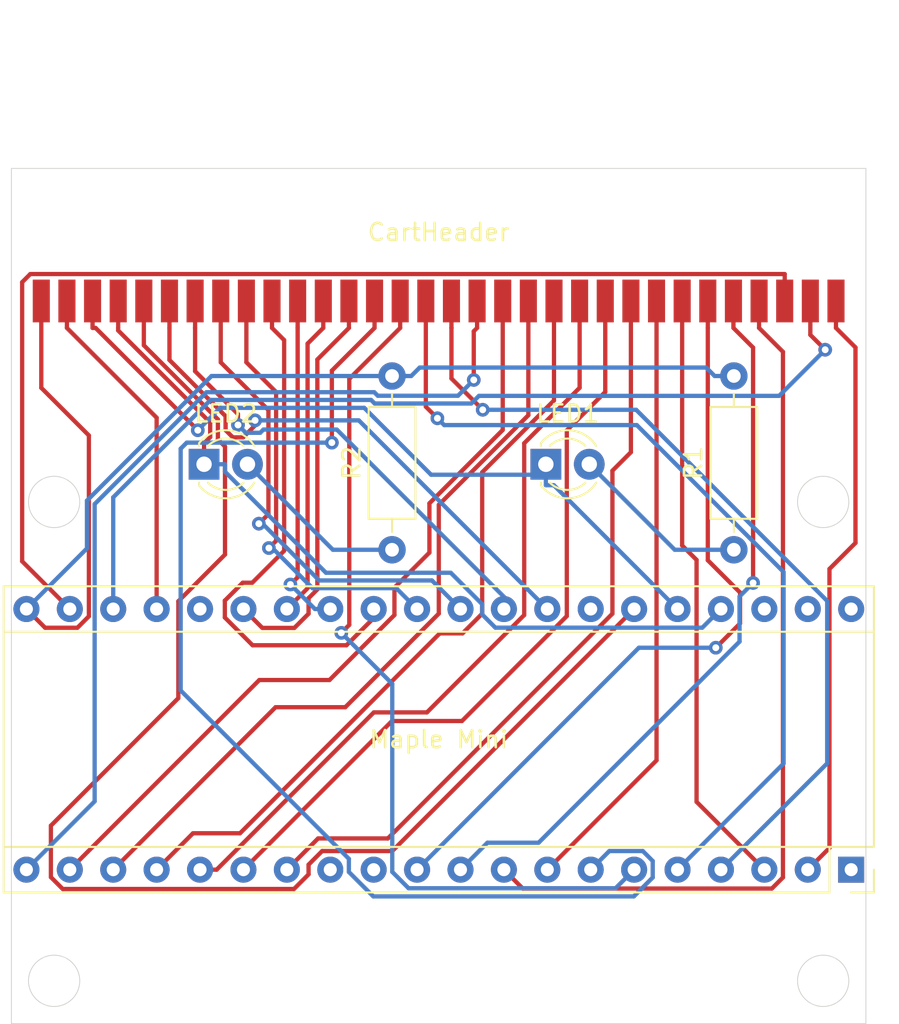
<source format=kicad_pcb>
(kicad_pcb (version 20171130) (host pcbnew "(5.1.2)-2")

  (general
    (thickness 1.6)
    (drawings 8)
    (tracks 280)
    (zones 0)
    (modules 6)
    (nets 43)
  )

  (page A4)
  (layers
    (0 F.Cu signal)
    (31 B.Cu signal)
    (32 B.Adhes user)
    (33 F.Adhes user)
    (34 B.Paste user)
    (35 F.Paste user)
    (36 B.SilkS user)
    (37 F.SilkS user)
    (38 B.Mask user)
    (39 F.Mask user)
    (40 Dwgs.User user)
    (41 Cmts.User user)
    (42 Eco1.User user)
    (43 Eco2.User user)
    (44 Edge.Cuts user)
    (45 Margin user)
    (46 B.CrtYd user)
    (47 F.CrtYd user)
    (48 B.Fab user)
    (49 F.Fab user)
  )

  (setup
    (last_trace_width 0.25)
    (trace_clearance 0.2)
    (zone_clearance 0.508)
    (zone_45_only no)
    (trace_min 0.2)
    (via_size 0.8)
    (via_drill 0.4)
    (via_min_size 0.4)
    (via_min_drill 0.3)
    (uvia_size 0.3)
    (uvia_drill 0.1)
    (uvias_allowed no)
    (uvia_min_size 0.2)
    (uvia_min_drill 0.1)
    (edge_width 0.05)
    (segment_width 0.2)
    (pcb_text_width 0.3)
    (pcb_text_size 1.5 1.5)
    (mod_edge_width 0.12)
    (mod_text_size 1 1)
    (mod_text_width 0.15)
    (pad_size 1.524 1.524)
    (pad_drill 0.762)
    (pad_to_mask_clearance 0.0508)
    (solder_mask_min_width 0.25)
    (aux_axis_origin 0 0)
    (visible_elements 7FFFEFFF)
    (pcbplotparams
      (layerselection 0x010fc_ffffffff)
      (usegerberextensions false)
      (usegerberattributes false)
      (usegerberadvancedattributes false)
      (creategerberjobfile false)
      (excludeedgelayer true)
      (linewidth 0.100000)
      (plotframeref false)
      (viasonmask false)
      (mode 1)
      (useauxorigin false)
      (hpglpennumber 1)
      (hpglpenspeed 20)
      (hpglpendiameter 15.000000)
      (psnegative false)
      (psa4output false)
      (plotreference true)
      (plotvalue true)
      (plotinvisibletext false)
      (padsonsilk false)
      (subtractmaskfromsilk false)
      (outputformat 1)
      (mirror false)
      (drillshape 0)
      (scaleselection 1)
      (outputdirectory "Ny mappe/"))
  )

  (net 0 "")
  (net 1 "Net-(A1-Pad1)")
  (net 2 GND)
  (net 3 D32-boot0)
  (net 4 M15)
  (net 5 M16)
  (net 6 M17)
  (net 7 M18)
  (net 8 M19)
  (net 9 M20)
  (net 10 M21)
  (net 11 M22)
  (net 12 "Net-(A1-Pad12)")
  (net 13 "Net-(A1-Pad13)")
  (net 14 M25)
  (net 15 M26)
  (net 16 M27)
  (net 17 M28)
  (net 18 M29)
  (net 19 M30)
  (net 20 M31)
  (net 21 VIN)
  (net 22 M0)
  (net 23 M1)
  (net 24 D2-boot1)
  (net 25 "Net-(A1-Pad25)")
  (net 26 M4)
  (net 27 M5)
  (net 28 M6)
  (net 29 M7)
  (net 30 M8)
  (net 31 M9)
  (net 32 M10)
  (net 33 M11)
  (net 34 "Net-(A1-Pad34)")
  (net 35 M12)
  (net 36 M13)
  (net 37 M14)
  (net 38 "Net-(A1-Pad38)")
  (net 39 "Net-(A1-Pad39)")
  (net 40 "Net-(A1-Pad40)")
  (net 41 "Net-(LED1-Pad2)")
  (net 42 "Net-(LED2-Pad2)")

  (net_class Default "This is the default net class."
    (clearance 0.2)
    (trace_width 0.25)
    (via_dia 0.8)
    (via_drill 0.4)
    (uvia_dia 0.3)
    (uvia_drill 0.1)
    (add_net D2-boot1)
    (add_net D32-boot0)
    (add_net GND)
    (add_net M0)
    (add_net M1)
    (add_net M10)
    (add_net M11)
    (add_net M12)
    (add_net M13)
    (add_net M14)
    (add_net M15)
    (add_net M16)
    (add_net M17)
    (add_net M18)
    (add_net M19)
    (add_net M20)
    (add_net M21)
    (add_net M22)
    (add_net M25)
    (add_net M26)
    (add_net M27)
    (add_net M28)
    (add_net M29)
    (add_net M30)
    (add_net M31)
    (add_net M4)
    (add_net M5)
    (add_net M6)
    (add_net M7)
    (add_net M8)
    (add_net M9)
    (add_net "Net-(A1-Pad1)")
    (add_net "Net-(A1-Pad12)")
    (add_net "Net-(A1-Pad13)")
    (add_net "Net-(A1-Pad25)")
    (add_net "Net-(A1-Pad34)")
    (add_net "Net-(A1-Pad38)")
    (add_net "Net-(A1-Pad39)")
    (add_net "Net-(A1-Pad40)")
    (add_net "Net-(LED1-Pad2)")
    (add_net "Net-(LED2-Pad2)")
    (add_net VIN)
  )

  (module Module:Maple_Mini (layer B.Cu) (tedit 5E2961EF) (tstamp 5E29C818)
    (at 190.017 106.888 90)
    (descr "Maple Mini, http://docs.leaflabs.com/static.leaflabs.com/pub/leaflabs/maple-docs/0.0.12/hardware/maple-mini.html")
    (tags "Maple Mini")
    (path /5E2FBB54)
    (fp_text reference "Maple Mini" (at 7.61798 -24.13) (layer F.SilkS)
      (effects (font (size 1 1) (thickness 0.15)))
    )
    (fp_text value Maple_Mini (at 7.62 -26.035 -90) (layer B.Fab)
      (effects (font (size 1 1) (thickness 0.15)) (justify mirror))
    )
    (fp_line (start 1.33 1.33) (end 16.57 1.33) (layer F.SilkS) (width 0.12))
    (fp_line (start 16.57 -49.59) (end -1.33 -49.59) (layer F.SilkS) (width 0.12))
    (fp_line (start 3.81 -6.604) (end 3.81 2.54) (layer B.Fab) (width 0.1))
    (fp_line (start 3.81 2.54) (end 11.43 2.54) (layer B.Fab) (width 0.1))
    (fp_line (start 11.43 2.54) (end 11.43 -6.604) (layer B.Fab) (width 0.1))
    (fp_line (start -0.635 1.27) (end 16.51 1.27) (layer B.Fab) (width 0.1))
    (fp_line (start 16.51 1.27) (end 16.51 -49.53) (layer B.Fab) (width 0.1))
    (fp_line (start 16.51 -49.53) (end -1.27 -49.53) (layer B.Fab) (width 0.1))
    (fp_line (start -1.27 -49.53) (end -1.27 0.635) (layer B.Fab) (width 0.1))
    (fp_line (start 16.57 1.33) (end 16.57 -49.59) (layer F.SilkS) (width 0.12))
    (fp_line (start -1.33 -49.59) (end -1.33 -1.27) (layer F.SilkS) (width 0.12))
    (fp_line (start 1.33 1.33) (end 1.33 -49.59) (layer F.SilkS) (width 0.12))
    (fp_line (start 13.91 -49.59) (end 13.91 1.33) (layer F.SilkS) (width 0.12))
    (fp_line (start -1.33 -1.27) (end 1.33 -1.27) (layer F.SilkS) (width 0.12))
    (fp_line (start -1.52 -49.78) (end -1.52 2.79) (layer B.CrtYd) (width 0.05))
    (fp_line (start -1.52 2.79) (end 16.76 2.79) (layer B.CrtYd) (width 0.05))
    (fp_line (start 16.76 2.79) (end 16.76 -49.78) (layer B.CrtYd) (width 0.05))
    (fp_line (start 16.76 -49.78) (end -1.52 -49.78) (layer B.CrtYd) (width 0.05))
    (fp_line (start 0 1.33) (end -1.33 1.33) (layer F.SilkS) (width 0.12))
    (fp_line (start -1.33 1.33) (end -1.33 0) (layer F.SilkS) (width 0.12))
    (fp_line (start 1.27 1.27) (end 1.27 -49.53) (layer B.Fab) (width 0.1))
    (fp_line (start -1.27 0.635) (end -0.635 1.27) (layer B.Fab) (width 0.1))
    (fp_line (start 13.97 1.27) (end 13.97 -49.53) (layer B.Fab) (width 0.1))
    (fp_text user %R (at 7.62 -24.13 -90) (layer B.Fab)
      (effects (font (size 1 1) (thickness 0.15)) (justify mirror))
    )
    (fp_line (start 3.81 -6.604) (end 11.43 -6.604) (layer B.Fab) (width 0.1))
    (pad 1 thru_hole rect (at 0 0 90) (size 1.524 1.524) (drill 0.762) (layers *.Cu *.Mask)
      (net 1 "Net-(A1-Pad1)"))
    (pad 2 thru_hole circle (at 0 -2.54 90) (size 1.524 1.524) (drill 0.762) (layers *.Cu *.Mask)
      (net 2 GND))
    (pad 3 thru_hole circle (at 0 -5.08 90) (size 1.524 1.524) (drill 0.762) (layers *.Cu *.Mask)
      (net 3 D32-boot0))
    (pad 4 thru_hole circle (at 0 -7.62 90) (size 1.524 1.524) (drill 0.762) (layers *.Cu *.Mask)
      (net 4 M15))
    (pad 5 thru_hole circle (at 0 -10.16 90) (size 1.524 1.524) (drill 0.762) (layers *.Cu *.Mask)
      (net 5 M16))
    (pad 6 thru_hole circle (at 0 -12.7 90) (size 1.524 1.524) (drill 0.762) (layers *.Cu *.Mask)
      (net 6 M17))
    (pad 7 thru_hole circle (at 0 -15.24 90) (size 1.524 1.524) (drill 0.762) (layers *.Cu *.Mask)
      (net 7 M18))
    (pad 8 thru_hole circle (at 0 -17.78 90) (size 1.524 1.524) (drill 0.762) (layers *.Cu *.Mask)
      (net 8 M19))
    (pad 9 thru_hole circle (at 0 -20.32 90) (size 1.524 1.524) (drill 0.762) (layers *.Cu *.Mask)
      (net 9 M20))
    (pad 10 thru_hole circle (at 0 -22.86 90) (size 1.524 1.524) (drill 0.762) (layers *.Cu *.Mask)
      (net 10 M21))
    (pad 11 thru_hole circle (at 0 -25.4 90) (size 1.524 1.524) (drill 0.762) (layers *.Cu *.Mask)
      (net 11 M22))
    (pad 12 thru_hole circle (at 0 -27.94 90) (size 1.524 1.524) (drill 0.762) (layers *.Cu *.Mask)
      (net 12 "Net-(A1-Pad12)"))
    (pad 13 thru_hole circle (at 0 -30.48 90) (size 1.524 1.524) (drill 0.762) (layers *.Cu *.Mask)
      (net 13 "Net-(A1-Pad13)"))
    (pad 14 thru_hole circle (at 0 -33.02 90) (size 1.524 1.524) (drill 0.762) (layers *.Cu *.Mask)
      (net 14 M25))
    (pad 15 thru_hole circle (at 0 -35.56 90) (size 1.524 1.524) (drill 0.762) (layers *.Cu *.Mask)
      (net 15 M26))
    (pad 16 thru_hole circle (at 0 -38.1 90) (size 1.524 1.524) (drill 0.762) (layers *.Cu *.Mask)
      (net 16 M27))
    (pad 17 thru_hole circle (at 0 -40.64 90) (size 1.524 1.524) (drill 0.762) (layers *.Cu *.Mask)
      (net 17 M28))
    (pad 18 thru_hole circle (at 0 -43.18 90) (size 1.524 1.524) (drill 0.762) (layers *.Cu *.Mask)
      (net 18 M29))
    (pad 19 thru_hole circle (at 0 -45.72 90) (size 1.524 1.524) (drill 0.762) (layers *.Cu *.Mask)
      (net 19 M30))
    (pad 20 thru_hole circle (at 0 -48.26 90) (size 1.524 1.524) (drill 0.762) (layers *.Cu *.Mask)
      (net 20 M31))
    (pad 21 thru_hole circle (at 15.24 -48.26 90) (size 1.524 1.524) (drill 0.762) (layers *.Cu *.Mask)
      (net 21 VIN))
    (pad 22 thru_hole circle (at 15.24 -45.72 90) (size 1.524 1.524) (drill 0.762) (layers *.Cu *.Mask)
      (net 22 M0))
    (pad 23 thru_hole circle (at 15.24 -43.18 90) (size 1.524 1.524) (drill 0.762) (layers *.Cu *.Mask)
      (net 23 M1))
    (pad 24 thru_hole circle (at 15.24 -40.64 90) (size 1.524 1.524) (drill 0.762) (layers *.Cu *.Mask)
      (net 24 D2-boot1))
    (pad 25 thru_hole circle (at 15.24 -38.1 90) (size 1.524 1.524) (drill 0.762) (layers *.Cu *.Mask)
      (net 25 "Net-(A1-Pad25)"))
    (pad 26 thru_hole circle (at 15.24 -35.56 90) (size 1.524 1.524) (drill 0.762) (layers *.Cu *.Mask)
      (net 26 M4))
    (pad 27 thru_hole circle (at 15.24 -33.02 90) (size 1.524 1.524) (drill 0.762) (layers *.Cu *.Mask)
      (net 27 M5))
    (pad 28 thru_hole circle (at 15.24 -30.48 90) (size 1.524 1.524) (drill 0.762) (layers *.Cu *.Mask)
      (net 28 M6))
    (pad 29 thru_hole circle (at 15.24 -27.94 90) (size 1.524 1.524) (drill 0.762) (layers *.Cu *.Mask)
      (net 29 M7))
    (pad 30 thru_hole circle (at 15.24 -25.4 90) (size 1.524 1.524) (drill 0.762) (layers *.Cu *.Mask)
      (net 30 M8))
    (pad 31 thru_hole circle (at 15.24 -22.86 90) (size 1.524 1.524) (drill 0.762) (layers *.Cu *.Mask)
      (net 31 M9))
    (pad 32 thru_hole circle (at 15.24 -20.32 90) (size 1.524 1.524) (drill 0.762) (layers *.Cu *.Mask)
      (net 32 M10))
    (pad 33 thru_hole circle (at 15.24 -17.78 90) (size 1.524 1.524) (drill 0.762) (layers *.Cu *.Mask)
      (net 33 M11))
    (pad 34 thru_hole circle (at 15.24 -15.24 90) (size 1.524 1.524) (drill 0.762) (layers *.Cu *.Mask)
      (net 34 "Net-(A1-Pad34)"))
    (pad 35 thru_hole circle (at 15.24 -12.7 90) (size 1.524 1.524) (drill 0.762) (layers *.Cu *.Mask)
      (net 35 M12))
    (pad 36 thru_hole circle (at 15.24 -10.16 90) (size 1.524 1.524) (drill 0.762) (layers *.Cu *.Mask)
      (net 36 M13))
    (pad 37 thru_hole circle (at 15.24 -7.62 90) (size 1.524 1.524) (drill 0.762) (layers *.Cu *.Mask)
      (net 37 M14))
    (pad 38 thru_hole circle (at 15.24 -5.08 90) (size 1.524 1.524) (drill 0.762) (layers *.Cu *.Mask)
      (net 38 "Net-(A1-Pad38)"))
    (pad 39 thru_hole circle (at 15.24 -2.54 90) (size 1.524 1.524) (drill 0.762) (layers *.Cu *.Mask)
      (net 39 "Net-(A1-Pad39)"))
    (pad 40 thru_hole circle (at 15.24 0 90) (size 1.524 1.524) (drill 0.762) (layers *.Cu *.Mask)
      (net 40 "Net-(A1-Pad40)"))
    (model ${KISYS3DMOD}/Module.3dshapes/Maple_Mini.wrl
      (at (xyz 0 0 0))
      (scale (xyz 1 1 1))
      (rotate (xyz 0 0 0))
    )
  )

  (module Custom:DSL_Cartridge_Reader_Micro (layer F.Cu) (tedit 5E29602C) (tstamp 5E29C895)
    (at 165.878 67.8876)
    (descr "GBA DS Lite slots commonly found on aliexpress")
    (tags "gameboy cartridge slot")
    (path /5E0FEE35)
    (attr smd)
    (fp_text reference CartHeader (at 0 1.7272 180) (layer F.SilkS)
      (effects (font (size 1 1) (thickness 0.15)))
    )
    (fp_text value CartBus (at 0 -11) (layer F.Fab)
      (effects (font (size 1 1) (thickness 0.15)))
    )
    (fp_text user %R (at 0 -1) (layer F.Fab)
      (effects (font (size 2 2) (thickness 0.2)))
    )
    (pad 32 smd rect (at 23.25 5.75) (size 1 2.5) (layers F.Cu F.Paste F.Mask)
      (net 2 GND))
    (pad 31 smd rect (at 21.75 5.75) (size 1 2.5) (layers F.Cu F.Paste F.Mask)
      (net 23 M1))
    (pad 30 smd rect (at 20.25 5.75) (size 1 2.5) (layers F.Cu F.Paste F.Mask)
      (net 22 M0))
    (pad 29 smd rect (at 18.75 5.75) (size 1 2.5) (layers F.Cu F.Paste F.Mask)
      (net 9 M20))
    (pad 28 smd rect (at 17.25 5.75) (size 1 2.5) (layers F.Cu F.Paste F.Mask)
      (net 10 M21))
    (pad 27 smd rect (at 15.75 5.75) (size 1 2.5) (layers F.Cu F.Paste F.Mask)
      (net 11 M22))
    (pad 26 smd rect (at 14.25 5.75) (size 1 2.5) (layers F.Cu F.Paste F.Mask)
      (net 3 D32-boot0))
    (pad 25 smd rect (at 12.75 5.75) (size 1 2.5) (layers F.Cu F.Paste F.Mask)
      (net 8 M19))
    (pad 24 smd rect (at 11.25 5.75) (size 1 2.5) (layers F.Cu F.Paste F.Mask)
      (net 14 M25))
    (pad 23 smd rect (at 9.75 5.75) (size 1 2.5) (layers F.Cu F.Paste F.Mask)
      (net 15 M26))
    (pad 22 smd rect (at 8.25 5.75) (size 1 2.5) (layers F.Cu F.Paste F.Mask)
      (net 16 M27))
    (pad 21 smd rect (at 6.75 5.75) (size 1 2.5) (layers F.Cu F.Paste F.Mask)
      (net 17 M28))
    (pad 20 smd rect (at 5.25 5.75) (size 1 2.5) (layers F.Cu F.Paste F.Mask)
      (net 18 M29))
    (pad 19 smd rect (at 3.75 5.75) (size 1 2.5) (layers F.Cu F.Paste F.Mask)
      (net 19 M30))
    (pad 18 smd rect (at 2.25 5.75) (size 1 2.5) (layers F.Cu F.Paste F.Mask)
      (net 20 M31))
    (pad 17 smd rect (at 0.75 5.75) (size 1 2.5) (layers F.Cu F.Paste F.Mask)
      (net 4 M15))
    (pad 16 smd rect (at -0.75 5.75) (size 1 2.5) (layers F.Cu F.Paste F.Mask)
      (net 5 M16))
    (pad 14 smd rect (at -3.75 5.75) (size 1 2.5) (layers F.Cu F.Paste F.Mask)
      (net 7 M18))
    (pad 13 smd rect (at -5.25 5.75) (size 1 2.5) (layers F.Cu F.Paste F.Mask)
      (net 26 M4))
    (pad 12 smd rect (at -6.75 5.75) (size 1 2.5) (layers F.Cu F.Paste F.Mask)
      (net 27 M5))
    (pad 11 smd rect (at -8.25 5.75) (size 1 2.5) (layers F.Cu F.Paste F.Mask)
      (net 28 M6))
    (pad 10 smd rect (at -9.75 5.75) (size 1 2.5) (layers F.Cu F.Paste F.Mask)
      (net 29 M7))
    (pad 9 smd rect (at -11.25 5.75) (size 1 2.5) (layers F.Cu F.Paste F.Mask)
      (net 30 M8))
    (pad 8 smd rect (at -12.75 5.75) (size 1 2.5) (layers F.Cu F.Paste F.Mask)
      (net 31 M9))
    (pad 7 smd rect (at -14.25 5.75) (size 1 2.5) (layers F.Cu F.Paste F.Mask)
      (net 32 M10))
    (pad 6 smd rect (at -15.75 5.75) (size 1 2.5) (layers F.Cu F.Paste F.Mask)
      (net 33 M11))
    (pad 5 smd rect (at -17.25 5.75) (size 1 2.5) (layers F.Cu F.Paste F.Mask)
      (net 35 M12))
    (pad 4 smd rect (at -18.75 5.75) (size 1 2.5) (layers F.Cu F.Paste F.Mask)
      (net 37 M14))
    (pad 3 smd rect (at -20.25 5.75) (size 1 2.5) (layers F.Cu F.Paste F.Mask)
      (net 36 M13))
    (pad 2 smd rect (at -21.75 5.75) (size 1 2.5) (layers F.Cu F.Paste F.Mask)
      (net 24 D2-boot1))
    (pad 15 smd rect (at -2.25 5.75) (size 1 2.5) (layers F.Cu F.Paste F.Mask)
      (net 6 M17))
    (pad 1 smd rect (at -23.25 5.75) (size 1 2.5) (layers F.Cu F.Paste F.Mask)
      (net 21 VIN))
  )

  (module LED_THT:LED_D3.0mm (layer F.Cu) (tedit 587A3A7B) (tstamp 5E29C82B)
    (at 172.152 83.1837)
    (descr "LED, diameter 3.0mm, 2 pins")
    (tags "LED diameter 3.0mm 2 pins")
    (path /5E33F111)
    (fp_text reference LED1 (at 1.27 -2.96) (layer F.SilkS)
      (effects (font (size 1 1) (thickness 0.15)))
    )
    (fp_text value LED (at 1.27 2.96) (layer F.Fab)
      (effects (font (size 1 1) (thickness 0.15)))
    )
    (fp_arc (start 1.27 0) (end -0.23 -1.16619) (angle 284.3) (layer F.Fab) (width 0.1))
    (fp_arc (start 1.27 0) (end -0.29 -1.235516) (angle 108.8) (layer F.SilkS) (width 0.12))
    (fp_arc (start 1.27 0) (end -0.29 1.235516) (angle -108.8) (layer F.SilkS) (width 0.12))
    (fp_arc (start 1.27 0) (end 0.229039 -1.08) (angle 87.9) (layer F.SilkS) (width 0.12))
    (fp_arc (start 1.27 0) (end 0.229039 1.08) (angle -87.9) (layer F.SilkS) (width 0.12))
    (fp_circle (center 1.27 0) (end 2.77 0) (layer F.Fab) (width 0.1))
    (fp_line (start -0.23 -1.16619) (end -0.23 1.16619) (layer F.Fab) (width 0.1))
    (fp_line (start -0.29 -1.236) (end -0.29 -1.08) (layer F.SilkS) (width 0.12))
    (fp_line (start -0.29 1.08) (end -0.29 1.236) (layer F.SilkS) (width 0.12))
    (fp_line (start -1.15 -2.25) (end -1.15 2.25) (layer F.CrtYd) (width 0.05))
    (fp_line (start -1.15 2.25) (end 3.7 2.25) (layer F.CrtYd) (width 0.05))
    (fp_line (start 3.7 2.25) (end 3.7 -2.25) (layer F.CrtYd) (width 0.05))
    (fp_line (start 3.7 -2.25) (end -1.15 -2.25) (layer F.CrtYd) (width 0.05))
    (pad 1 thru_hole rect (at 0 0) (size 1.8 1.8) (drill 0.9) (layers *.Cu *.Mask)
      (net 36 M13))
    (pad 2 thru_hole circle (at 2.54 0) (size 1.8 1.8) (drill 0.9) (layers *.Cu *.Mask)
      (net 41 "Net-(LED1-Pad2)"))
    (model ${KISYS3DMOD}/LED_THT.3dshapes/LED_D3.0mm.wrl
      (at (xyz 0 0 0))
      (scale (xyz 1 1 1))
      (rotate (xyz 0 0 0))
    )
  )

  (module LED_THT:LED_D3.0mm (layer F.Cu) (tedit 587A3A7B) (tstamp 5E29C83E)
    (at 152.152 83.1837)
    (descr "LED, diameter 3.0mm, 2 pins")
    (tags "LED diameter 3.0mm 2 pins")
    (path /5E347640)
    (fp_text reference LED2 (at 1.27 -2.96) (layer F.SilkS)
      (effects (font (size 1 1) (thickness 0.15)))
    )
    (fp_text value LED (at 1.27 2.96) (layer F.Fab)
      (effects (font (size 1 1) (thickness 0.15)))
    )
    (fp_line (start 3.7 -2.25) (end -1.15 -2.25) (layer F.CrtYd) (width 0.05))
    (fp_line (start 3.7 2.25) (end 3.7 -2.25) (layer F.CrtYd) (width 0.05))
    (fp_line (start -1.15 2.25) (end 3.7 2.25) (layer F.CrtYd) (width 0.05))
    (fp_line (start -1.15 -2.25) (end -1.15 2.25) (layer F.CrtYd) (width 0.05))
    (fp_line (start -0.29 1.08) (end -0.29 1.236) (layer F.SilkS) (width 0.12))
    (fp_line (start -0.29 -1.236) (end -0.29 -1.08) (layer F.SilkS) (width 0.12))
    (fp_line (start -0.23 -1.16619) (end -0.23 1.16619) (layer F.Fab) (width 0.1))
    (fp_circle (center 1.27 0) (end 2.77 0) (layer F.Fab) (width 0.1))
    (fp_arc (start 1.27 0) (end 0.229039 1.08) (angle -87.9) (layer F.SilkS) (width 0.12))
    (fp_arc (start 1.27 0) (end 0.229039 -1.08) (angle 87.9) (layer F.SilkS) (width 0.12))
    (fp_arc (start 1.27 0) (end -0.29 1.235516) (angle -108.8) (layer F.SilkS) (width 0.12))
    (fp_arc (start 1.27 0) (end -0.29 -1.235516) (angle 108.8) (layer F.SilkS) (width 0.12))
    (fp_arc (start 1.27 0) (end -0.23 -1.16619) (angle 284.3) (layer F.Fab) (width 0.1))
    (pad 2 thru_hole circle (at 2.54 0) (size 1.8 1.8) (drill 0.9) (layers *.Cu *.Mask)
      (net 42 "Net-(LED2-Pad2)"))
    (pad 1 thru_hole rect (at 0 0) (size 1.8 1.8) (drill 0.9) (layers *.Cu *.Mask)
      (net 37 M14))
    (model ${KISYS3DMOD}/LED_THT.3dshapes/LED_D3.0mm.wrl
      (at (xyz 0 0 0))
      (scale (xyz 1 1 1))
      (rotate (xyz 0 0 0))
    )
  )

  (module Resistor_THT:R_Axial_DIN0207_L6.3mm_D2.5mm_P10.16mm_Horizontal (layer F.Cu) (tedit 5AE5139B) (tstamp 5E29C855)
    (at 183.152 88.1837 90)
    (descr "Resistor, Axial_DIN0207 series, Axial, Horizontal, pin pitch=10.16mm, 0.25W = 1/4W, length*diameter=6.3*2.5mm^2, http://cdn-reichelt.de/documents/datenblatt/B400/1_4W%23YAG.pdf")
    (tags "Resistor Axial_DIN0207 series Axial Horizontal pin pitch 10.16mm 0.25W = 1/4W length 6.3mm diameter 2.5mm")
    (path /5E33BAAF)
    (fp_text reference R1 (at 5.08 -2.37 90) (layer F.SilkS)
      (effects (font (size 1 1) (thickness 0.15)))
    )
    (fp_text value R (at 5.08 2.37 90) (layer F.Fab)
      (effects (font (size 1 1) (thickness 0.15)))
    )
    (fp_text user %R (at 5.08 0 90) (layer F.Fab)
      (effects (font (size 1 1) (thickness 0.15)))
    )
    (fp_line (start 11.21 -1.5) (end -1.05 -1.5) (layer F.CrtYd) (width 0.05))
    (fp_line (start 11.21 1.5) (end 11.21 -1.5) (layer F.CrtYd) (width 0.05))
    (fp_line (start -1.05 1.5) (end 11.21 1.5) (layer F.CrtYd) (width 0.05))
    (fp_line (start -1.05 -1.5) (end -1.05 1.5) (layer F.CrtYd) (width 0.05))
    (fp_line (start 9.12 0) (end 8.35 0) (layer F.SilkS) (width 0.12))
    (fp_line (start 1.04 0) (end 1.81 0) (layer F.SilkS) (width 0.12))
    (fp_line (start 8.35 -1.37) (end 1.81 -1.37) (layer F.SilkS) (width 0.12))
    (fp_line (start 8.35 1.37) (end 8.35 -1.37) (layer F.SilkS) (width 0.12))
    (fp_line (start 1.81 1.37) (end 8.35 1.37) (layer F.SilkS) (width 0.12))
    (fp_line (start 1.81 -1.37) (end 1.81 1.37) (layer F.SilkS) (width 0.12))
    (fp_line (start 10.16 0) (end 8.23 0) (layer F.Fab) (width 0.1))
    (fp_line (start 0 0) (end 1.93 0) (layer F.Fab) (width 0.1))
    (fp_line (start 8.23 -1.25) (end 1.93 -1.25) (layer F.Fab) (width 0.1))
    (fp_line (start 8.23 1.25) (end 8.23 -1.25) (layer F.Fab) (width 0.1))
    (fp_line (start 1.93 1.25) (end 8.23 1.25) (layer F.Fab) (width 0.1))
    (fp_line (start 1.93 -1.25) (end 1.93 1.25) (layer F.Fab) (width 0.1))
    (pad 2 thru_hole oval (at 10.16 0 90) (size 1.6 1.6) (drill 0.8) (layers *.Cu *.Mask)
      (net 21 VIN))
    (pad 1 thru_hole circle (at 0 0 90) (size 1.6 1.6) (drill 0.8) (layers *.Cu *.Mask)
      (net 41 "Net-(LED1-Pad2)"))
    (model ${KISYS3DMOD}/Resistor_THT.3dshapes/R_Axial_DIN0207_L6.3mm_D2.5mm_P10.16mm_Horizontal.wrl
      (at (xyz 0 0 0))
      (scale (xyz 1 1 1))
      (rotate (xyz 0 0 0))
    )
  )

  (module Resistor_THT:R_Axial_DIN0207_L6.3mm_D2.5mm_P10.16mm_Horizontal (layer F.Cu) (tedit 5AE5139B) (tstamp 5E29C86C)
    (at 163.152 88.1837 90)
    (descr "Resistor, Axial_DIN0207 series, Axial, Horizontal, pin pitch=10.16mm, 0.25W = 1/4W, length*diameter=6.3*2.5mm^2, http://cdn-reichelt.de/documents/datenblatt/B400/1_4W%23YAG.pdf")
    (tags "Resistor Axial_DIN0207 series Axial Horizontal pin pitch 10.16mm 0.25W = 1/4W length 6.3mm diameter 2.5mm")
    (path /5E33B8C6)
    (fp_text reference R2 (at 5.08 -2.37 90) (layer F.SilkS)
      (effects (font (size 1 1) (thickness 0.15)))
    )
    (fp_text value R (at 5.08 2.37 90) (layer F.Fab)
      (effects (font (size 1 1) (thickness 0.15)))
    )
    (fp_line (start 1.93 -1.25) (end 1.93 1.25) (layer F.Fab) (width 0.1))
    (fp_line (start 1.93 1.25) (end 8.23 1.25) (layer F.Fab) (width 0.1))
    (fp_line (start 8.23 1.25) (end 8.23 -1.25) (layer F.Fab) (width 0.1))
    (fp_line (start 8.23 -1.25) (end 1.93 -1.25) (layer F.Fab) (width 0.1))
    (fp_line (start 0 0) (end 1.93 0) (layer F.Fab) (width 0.1))
    (fp_line (start 10.16 0) (end 8.23 0) (layer F.Fab) (width 0.1))
    (fp_line (start 1.81 -1.37) (end 1.81 1.37) (layer F.SilkS) (width 0.12))
    (fp_line (start 1.81 1.37) (end 8.35 1.37) (layer F.SilkS) (width 0.12))
    (fp_line (start 8.35 1.37) (end 8.35 -1.37) (layer F.SilkS) (width 0.12))
    (fp_line (start 8.35 -1.37) (end 1.81 -1.37) (layer F.SilkS) (width 0.12))
    (fp_line (start 1.04 0) (end 1.81 0) (layer F.SilkS) (width 0.12))
    (fp_line (start 9.12 0) (end 8.35 0) (layer F.SilkS) (width 0.12))
    (fp_line (start -1.05 -1.5) (end -1.05 1.5) (layer F.CrtYd) (width 0.05))
    (fp_line (start -1.05 1.5) (end 11.21 1.5) (layer F.CrtYd) (width 0.05))
    (fp_line (start 11.21 1.5) (end 11.21 -1.5) (layer F.CrtYd) (width 0.05))
    (fp_line (start 11.21 -1.5) (end -1.05 -1.5) (layer F.CrtYd) (width 0.05))
    (fp_text user %R (at 5.08 0 90) (layer F.Fab)
      (effects (font (size 1 1) (thickness 0.15)))
    )
    (pad 1 thru_hole circle (at 0 0 90) (size 1.6 1.6) (drill 0.8) (layers *.Cu *.Mask)
      (net 42 "Net-(LED2-Pad2)"))
    (pad 2 thru_hole oval (at 10.16 0 90) (size 1.6 1.6) (drill 0.8) (layers *.Cu *.Mask)
      (net 21 VIN))
    (model ${KISYS3DMOD}/Resistor_THT.3dshapes/R_Axial_DIN0207_L6.3mm_D2.5mm_P10.16mm_Horizontal.wrl
      (at (xyz 0 0 0))
      (scale (xyz 1 1 1))
      (rotate (xyz 0 0 0))
    )
  )

  (gr_circle (center 188.37846 85.3876) (end 188.37846 86.8876) (layer Edge.Cuts) (width 0.05) (tstamp 5E29E54D))
  (gr_circle (center 143.37846 85.3876) (end 141.87846 85.3876) (layer Edge.Cuts) (width 0.05) (tstamp 5E29E53A))
  (gr_circle (center 143.37846 113.3876) (end 141.87846 113.3876) (layer Edge.Cuts) (width 0.05) (tstamp 5E29E50C))
  (gr_circle (center 188.37846 113.3876) (end 188.37846 114.8876) (layer Edge.Cuts) (width 0.05) (tstamp 5E29E4B4))
  (gr_line (start 140.87846 65.8876) (end 190.87846 65.8876) (layer Edge.Cuts) (width 0.05) (tstamp 5E29CAD6))
  (gr_line (start 140.87846 65.8876) (end 140.87846 115.8876) (layer Edge.Cuts) (width 0.05) (tstamp 5E29CAD1))
  (gr_line (start 140.87846 115.8876) (end 190.87846 115.8876) (layer Edge.Cuts) (width 0.05) (tstamp 5E29CACE))
  (gr_line (start 190.87846 65.8876) (end 190.87846 115.8876) (layer Edge.Cuts) (width 0.05))

  (segment (start 189.128 73.6376) (end 189.128 75.2129) (width 0.25) (layer F.Cu) (net 2))
  (segment (start 189.128 75.2129) (end 190.269 76.3539) (width 0.25) (layer F.Cu) (net 2))
  (segment (start 190.269 76.3539) (end 190.269 87.7835) (width 0.25) (layer F.Cu) (net 2))
  (segment (start 190.269 87.7835) (end 188.747 89.3055) (width 0.25) (layer F.Cu) (net 2))
  (segment (start 188.747 89.3055) (end 188.747 105.618) (width 0.25) (layer F.Cu) (net 2))
  (segment (start 188.747 105.618) (end 187.477 106.888) (width 0.25) (layer F.Cu) (net 2))
  (segment (start 180.128 73.6376) (end 180.128 87.9344) (width 0.25) (layer F.Cu) (net 3))
  (segment (start 180.128 87.9344) (end 180.9703 88.7767) (width 0.25) (layer F.Cu) (net 3))
  (segment (start 180.9703 88.7767) (end 180.9703 102.9213) (width 0.25) (layer F.Cu) (net 3))
  (segment (start 180.9703 102.9213) (end 184.937 106.888) (width 0.25) (layer F.Cu) (net 3))
  (segment (start 166.628 73.6376) (end 166.628 75.2129) (width 0.25) (layer F.Cu) (net 4))
  (segment (start 182.397 106.888) (end 188.6137 100.6713) (width 0.25) (layer B.Cu) (net 4))
  (segment (start 188.6137 100.6713) (end 188.6137 91.1769) (width 0.25) (layer B.Cu) (net 4))
  (segment (start 188.6137 91.1769) (end 177.4359 79.9991) (width 0.25) (layer B.Cu) (net 4))
  (segment (start 177.4359 79.9991) (end 168.4572 79.9991) (width 0.25) (layer B.Cu) (net 4))
  (segment (start 168.4572 79.9991) (end 166.6281 78.17) (width 0.25) (layer F.Cu) (net 4))
  (segment (start 166.6281 78.17) (end 166.6281 75.2129) (width 0.25) (layer F.Cu) (net 4))
  (segment (start 166.6281 75.2129) (end 166.628 75.2129) (width 0.25) (layer F.Cu) (net 4))
  (via (at 168.4572 79.9991) (size 0.8) (layers F.Cu B.Cu) (net 4))
  (segment (start 165.8058 80.4952) (end 166.2045 80.8939) (width 0.25) (layer B.Cu) (net 5))
  (segment (start 166.2045 80.8939) (end 177.4725 80.8939) (width 0.25) (layer B.Cu) (net 5))
  (segment (start 177.4725 80.8939) (end 186.061 89.4824) (width 0.25) (layer B.Cu) (net 5))
  (segment (start 186.061 89.4824) (end 186.061 100.684) (width 0.25) (layer B.Cu) (net 5))
  (segment (start 186.061 100.684) (end 179.857 106.888) (width 0.25) (layer B.Cu) (net 5))
  (segment (start 165.128 73.6376) (end 165.128 79.8174) (width 0.25) (layer F.Cu) (net 5))
  (segment (start 165.128 79.8174) (end 165.8058 80.4952) (width 0.25) (layer F.Cu) (net 5))
  (via (at 165.8058 80.4952) (size 0.8) (layers F.Cu B.Cu) (net 5))
  (segment (start 163.628 75.2129) (end 160.6494 78.1915) (width 0.25) (layer F.Cu) (net 6))
  (segment (start 160.6494 78.1915) (end 160.6494 92.5753) (width 0.25) (layer F.Cu) (net 6))
  (segment (start 160.6494 92.5753) (end 160.1832 93.0415) (width 0.25) (layer F.Cu) (net 6))
  (segment (start 177.317 106.888) (end 176.2296 107.9754) (width 0.25) (layer B.Cu) (net 6))
  (segment (start 176.2296 107.9754) (end 164.1222 107.9754) (width 0.25) (layer B.Cu) (net 6))
  (segment (start 164.1222 107.9754) (end 163.1644 107.0176) (width 0.25) (layer B.Cu) (net 6))
  (segment (start 163.1644 107.0176) (end 163.1644 96.0227) (width 0.25) (layer B.Cu) (net 6))
  (segment (start 163.1644 96.0227) (end 160.1832 93.0415) (width 0.25) (layer B.Cu) (net 6))
  (segment (start 163.628 73.6376) (end 163.628 75.2129) (width 0.25) (layer F.Cu) (net 6))
  (via (at 160.1832 93.0415) (size 0.8) (layers F.Cu B.Cu) (net 6))
  (segment (start 159.6294 81.9198) (end 159.6294 77.7115) (width 0.25) (layer F.Cu) (net 7))
  (segment (start 159.6294 77.7115) (end 162.128 75.2129) (width 0.25) (layer F.Cu) (net 7))
  (segment (start 174.777 106.888) (end 175.8644 105.8006) (width 0.25) (layer B.Cu) (net 7))
  (segment (start 175.8644 105.8006) (end 177.8244 105.8006) (width 0.25) (layer B.Cu) (net 7))
  (segment (start 177.8244 105.8006) (end 178.4044 106.3806) (width 0.25) (layer B.Cu) (net 7))
  (segment (start 178.4044 106.3806) (end 178.4044 107.3473) (width 0.25) (layer B.Cu) (net 7))
  (segment (start 178.4044 107.3473) (end 177.3009 108.4508) (width 0.25) (layer B.Cu) (net 7))
  (segment (start 177.3009 108.4508) (end 162.0538 108.4508) (width 0.25) (layer B.Cu) (net 7))
  (segment (start 162.0538 108.4508) (end 160.6244 107.0214) (width 0.25) (layer B.Cu) (net 7))
  (segment (start 160.6244 107.0214) (end 160.6244 106.2512) (width 0.25) (layer B.Cu) (net 7))
  (segment (start 160.6244 106.2512) (end 150.7829 96.4097) (width 0.25) (layer B.Cu) (net 7))
  (segment (start 150.7829 96.4097) (end 150.7829 82.2769) (width 0.25) (layer B.Cu) (net 7))
  (segment (start 150.7829 82.2769) (end 151.14 81.9198) (width 0.25) (layer B.Cu) (net 7))
  (segment (start 151.14 81.9198) (end 159.6294 81.9198) (width 0.25) (layer B.Cu) (net 7))
  (segment (start 162.128 73.6376) (end 162.128 75.2129) (width 0.25) (layer F.Cu) (net 7))
  (via (at 159.6294 81.9198) (size 0.8) (layers F.Cu B.Cu) (net 7))
  (segment (start 178.628 73.6376) (end 178.628 100.497) (width 0.25) (layer F.Cu) (net 8))
  (segment (start 178.628 100.497) (end 172.237 106.888) (width 0.25) (layer F.Cu) (net 8))
  (segment (start 184.628 73.6376) (end 184.628 75.2129) (width 0.25) (layer F.Cu) (net 9))
  (segment (start 184.628 75.2129) (end 186.0247 76.6096) (width 0.25) (layer F.Cu) (net 9))
  (segment (start 186.0247 76.6096) (end 186.0247 107.3433) (width 0.25) (layer F.Cu) (net 9))
  (segment (start 186.0247 107.3433) (end 185.3762 107.9918) (width 0.25) (layer F.Cu) (net 9))
  (segment (start 185.3762 107.9918) (end 170.8008 107.9918) (width 0.25) (layer F.Cu) (net 9))
  (segment (start 170.8008 107.9918) (end 169.697 106.888) (width 0.25) (layer F.Cu) (net 9))
  (segment (start 183.128 75.2129) (end 184.2773 76.3622) (width 0.25) (layer F.Cu) (net 10))
  (segment (start 184.2773 76.3622) (end 184.2773 90.1231) (width 0.25) (layer F.Cu) (net 10))
  (segment (start 167.157 106.888) (end 168.732 105.313) (width 0.25) (layer B.Cu) (net 10))
  (segment (start 168.732 105.313) (end 171.727 105.313) (width 0.25) (layer B.Cu) (net 10))
  (segment (start 171.727 105.313) (end 183.4846 93.5554) (width 0.25) (layer B.Cu) (net 10))
  (segment (start 183.4846 93.5554) (end 183.4846 90.9158) (width 0.25) (layer B.Cu) (net 10))
  (segment (start 183.4846 90.9158) (end 184.2773 90.1231) (width 0.25) (layer B.Cu) (net 10))
  (segment (start 183.128 73.6376) (end 183.128 75.2129) (width 0.25) (layer F.Cu) (net 10))
  (via (at 184.2773 90.1231) (size 0.8) (layers F.Cu B.Cu) (net 10))
  (segment (start 181.628 73.6376) (end 181.628 75.2129) (width 0.25) (layer F.Cu) (net 11))
  (segment (start 182.0956 93.9109) (end 177.5941 93.9109) (width 0.25) (layer B.Cu) (net 11))
  (segment (start 177.5941 93.9109) (end 164.617 106.888) (width 0.25) (layer B.Cu) (net 11))
  (segment (start 181.628 75.2129) (end 181.628 88.7975) (width 0.25) (layer F.Cu) (net 11))
  (segment (start 181.628 88.7975) (end 183.5143 90.6838) (width 0.25) (layer F.Cu) (net 11))
  (segment (start 183.5143 90.6838) (end 183.5143 92.4922) (width 0.25) (layer F.Cu) (net 11))
  (segment (start 183.5143 92.4922) (end 182.0956 93.9109) (width 0.25) (layer F.Cu) (net 11))
  (via (at 182.0956 93.9109) (size 0.8) (layers F.Cu B.Cu) (net 11))
  (segment (start 177.128 73.6376) (end 177.128 82.4807) (width 0.25) (layer F.Cu) (net 14))
  (segment (start 177.128 82.4807) (end 176.047 83.5617) (width 0.25) (layer F.Cu) (net 14))
  (segment (start 176.047 83.5617) (end 176.047 91.9219) (width 0.25) (layer F.Cu) (net 14))
  (segment (start 176.047 91.9219) (end 162.9069 105.062) (width 0.25) (layer F.Cu) (net 14))
  (segment (start 162.9069 105.062) (end 158.823 105.062) (width 0.25) (layer F.Cu) (net 14))
  (segment (start 158.823 105.062) (end 156.997 106.888) (width 0.25) (layer F.Cu) (net 14))
  (segment (start 175.628 73.6376) (end 175.628 78.9567) (width 0.25) (layer F.Cu) (net 15))
  (segment (start 175.628 78.9567) (end 173.3777 81.207) (width 0.25) (layer F.Cu) (net 15))
  (segment (start 173.3777 81.207) (end 173.3777 92.0621) (width 0.25) (layer F.Cu) (net 15))
  (segment (start 173.3777 92.0621) (end 167.2425 98.1973) (width 0.25) (layer F.Cu) (net 15))
  (segment (start 167.2425 98.1973) (end 163.1477 98.1973) (width 0.25) (layer F.Cu) (net 15))
  (segment (start 163.1477 98.1973) (end 154.457 106.888) (width 0.25) (layer F.Cu) (net 15))
  (segment (start 174.128 73.6376) (end 174.128 78.7123) (width 0.25) (layer F.Cu) (net 16))
  (segment (start 174.128 78.7123) (end 170.8865 81.9538) (width 0.25) (layer F.Cu) (net 16))
  (segment (start 170.8865 81.9538) (end 170.8865 91.9988) (width 0.25) (layer F.Cu) (net 16))
  (segment (start 170.8865 91.9988) (end 165.1929 97.6924) (width 0.25) (layer F.Cu) (net 16))
  (segment (start 165.1929 97.6924) (end 162.0855 97.6924) (width 0.25) (layer F.Cu) (net 16))
  (segment (start 162.0855 97.6924) (end 152.8899 106.888) (width 0.25) (layer F.Cu) (net 16))
  (segment (start 152.8899 106.888) (end 151.917 106.888) (width 0.25) (layer F.Cu) (net 16))
  (segment (start 149.377 106.888) (end 151.5054 104.7596) (width 0.25) (layer F.Cu) (net 17))
  (segment (start 151.5054 104.7596) (end 154.2568 104.7596) (width 0.25) (layer F.Cu) (net 17))
  (segment (start 154.2568 104.7596) (end 165.9449 93.0715) (width 0.25) (layer F.Cu) (net 17))
  (segment (start 165.9449 93.0715) (end 167.2748 93.0715) (width 0.25) (layer F.Cu) (net 17))
  (segment (start 167.2748 93.0715) (end 168.427 91.9193) (width 0.25) (layer F.Cu) (net 17))
  (segment (start 168.427 91.9193) (end 168.427 83.6533) (width 0.25) (layer F.Cu) (net 17))
  (segment (start 168.427 83.6533) (end 172.628 79.4523) (width 0.25) (layer F.Cu) (net 17))
  (segment (start 172.628 79.4523) (end 172.628 73.6376) (width 0.25) (layer F.Cu) (net 17))
  (segment (start 146.837 106.888) (end 156.3358 97.3892) (width 0.25) (layer F.Cu) (net 18))
  (segment (start 156.3358 97.3892) (end 160.415 97.3892) (width 0.25) (layer F.Cu) (net 18))
  (segment (start 160.415 97.3892) (end 165.887 91.9172) (width 0.25) (layer F.Cu) (net 18))
  (segment (start 165.887 91.9172) (end 165.887 85.5564) (width 0.25) (layer F.Cu) (net 18))
  (segment (start 165.887 85.5564) (end 171.128 80.3154) (width 0.25) (layer F.Cu) (net 18))
  (segment (start 171.128 80.3154) (end 171.128 73.6376) (width 0.25) (layer F.Cu) (net 18))
  (segment (start 169.628 73.6376) (end 169.628 81.1785) (width 0.25) (layer F.Cu) (net 19))
  (segment (start 169.628 81.1785) (end 165.3391 85.4674) (width 0.25) (layer F.Cu) (net 19))
  (segment (start 165.3391 85.4674) (end 165.3391 88.3491) (width 0.25) (layer F.Cu) (net 19))
  (segment (start 165.3391 88.3491) (end 163.2921 90.3961) (width 0.25) (layer F.Cu) (net 19))
  (segment (start 163.2921 90.3961) (end 163.2921 91.999) (width 0.25) (layer F.Cu) (net 19))
  (segment (start 163.2921 91.999) (end 159.4913 95.7998) (width 0.25) (layer F.Cu) (net 19))
  (segment (start 159.4913 95.7998) (end 155.3852 95.7998) (width 0.25) (layer F.Cu) (net 19))
  (segment (start 155.3852 95.7998) (end 144.297 106.888) (width 0.25) (layer F.Cu) (net 19))
  (segment (start 167.9334 78.2539) (end 167.9334 75.4075) (width 0.25) (layer F.Cu) (net 20))
  (segment (start 167.9334 75.4075) (end 168.128 75.2129) (width 0.25) (layer F.Cu) (net 20))
  (segment (start 141.757 106.888) (end 145.7496 102.8954) (width 0.25) (layer B.Cu) (net 20))
  (segment (start 145.7496 102.8954) (end 145.7496 85.5135) (width 0.25) (layer B.Cu) (net 20))
  (segment (start 145.7496 85.5135) (end 152.2919 78.9712) (width 0.25) (layer B.Cu) (net 20))
  (segment (start 152.2919 78.9712) (end 162.1105 78.9712) (width 0.25) (layer B.Cu) (net 20))
  (segment (start 162.1105 78.9712) (end 162.3175 79.1782) (width 0.25) (layer B.Cu) (net 20))
  (segment (start 162.3175 79.1782) (end 167.0091 79.1782) (width 0.25) (layer B.Cu) (net 20))
  (segment (start 167.0091 79.1782) (end 167.9334 78.2539) (width 0.25) (layer B.Cu) (net 20))
  (segment (start 168.128 73.6376) (end 168.128 75.2129) (width 0.25) (layer F.Cu) (net 20))
  (via (at 167.9334 78.2539) (size 0.8) (layers F.Cu B.Cu) (net 20))
  (segment (start 182.0267 78.0237) (end 181.5316 77.5286) (width 0.25) (layer B.Cu) (net 21))
  (segment (start 181.5316 77.5286) (end 164.7724 77.5286) (width 0.25) (layer B.Cu) (net 21))
  (segment (start 164.7724 77.5286) (end 164.2773 78.0237) (width 0.25) (layer B.Cu) (net 21))
  (segment (start 163.152 78.0237) (end 164.2773 78.0237) (width 0.25) (layer B.Cu) (net 21))
  (segment (start 163.152 78.0237) (end 152.5879 78.0237) (width 0.25) (layer B.Cu) (net 21))
  (segment (start 152.5879 78.0237) (end 145.2992 85.3124) (width 0.25) (layer B.Cu) (net 21))
  (segment (start 145.2992 85.3124) (end 145.2992 88.1058) (width 0.25) (layer B.Cu) (net 21))
  (segment (start 145.2992 88.1058) (end 141.757 91.648) (width 0.25) (layer B.Cu) (net 21))
  (segment (start 183.152 78.0237) (end 182.0267 78.0237) (width 0.25) (layer B.Cu) (net 21))
  (segment (start 141.757 91.648) (end 142.8533 92.7443) (width 0.25) (layer F.Cu) (net 21))
  (segment (start 142.8533 92.7443) (end 144.7431 92.7443) (width 0.25) (layer F.Cu) (net 21))
  (segment (start 144.7431 92.7443) (end 145.4125 92.0749) (width 0.25) (layer F.Cu) (net 21))
  (segment (start 145.4125 92.0749) (end 145.4125 81.5) (width 0.25) (layer F.Cu) (net 21))
  (segment (start 145.4125 81.5) (end 142.628 78.7155) (width 0.25) (layer F.Cu) (net 21))
  (segment (start 142.628 78.7155) (end 142.628 73.6376) (width 0.25) (layer F.Cu) (net 21))
  (segment (start 186.128 73.6376) (end 186.128 72.0623) (width 0.25) (layer F.Cu) (net 22))
  (segment (start 186.128 72.0623) (end 141.9853 72.0623) (width 0.25) (layer F.Cu) (net 22))
  (segment (start 141.9853 72.0623) (end 141.5093 72.5383) (width 0.25) (layer F.Cu) (net 22))
  (segment (start 141.5093 72.5383) (end 141.5093 88.8603) (width 0.25) (layer F.Cu) (net 22))
  (segment (start 141.5093 88.8603) (end 144.297 91.648) (width 0.25) (layer F.Cu) (net 22))
  (segment (start 188.4971 76.4884) (end 185.8005 79.185) (width 0.25) (layer B.Cu) (net 23))
  (segment (start 185.8005 79.185) (end 168.2358 79.185) (width 0.25) (layer B.Cu) (net 23))
  (segment (start 168.2358 79.185) (end 167.7889 79.6319) (width 0.25) (layer B.Cu) (net 23))
  (segment (start 167.7889 79.6319) (end 162.1343 79.6319) (width 0.25) (layer B.Cu) (net 23))
  (segment (start 162.1343 79.6319) (end 161.9263 79.4239) (width 0.25) (layer B.Cu) (net 23))
  (segment (start 161.9263 79.4239) (end 152.5306 79.4239) (width 0.25) (layer B.Cu) (net 23))
  (segment (start 152.5306 79.4239) (end 146.837 85.1175) (width 0.25) (layer B.Cu) (net 23))
  (segment (start 146.837 85.1175) (end 146.837 91.648) (width 0.25) (layer B.Cu) (net 23))
  (segment (start 187.628 73.6376) (end 187.628 75.6193) (width 0.25) (layer F.Cu) (net 23))
  (segment (start 187.628 75.6193) (end 188.4971 76.4884) (width 0.25) (layer F.Cu) (net 23))
  (via (at 188.4971 76.4884) (size 0.8) (layers F.Cu B.Cu) (net 23))
  (segment (start 149.377 91.648) (end 149.377 80.4619) (width 0.25) (layer F.Cu) (net 24))
  (segment (start 149.377 80.4619) (end 144.128 75.2129) (width 0.25) (layer F.Cu) (net 24))
  (segment (start 144.128 73.6376) (end 144.128 75.2129) (width 0.25) (layer F.Cu) (net 24))
  (segment (start 160.628 73.6376) (end 160.628 75.2129) (width 0.25) (layer F.Cu) (net 26))
  (segment (start 160.628 75.2129) (end 158.7817 77.0592) (width 0.25) (layer F.Cu) (net 26))
  (segment (start 158.7817 77.0592) (end 158.7817 90.5002) (width 0.25) (layer F.Cu) (net 26))
  (segment (start 158.7817 90.5002) (end 158.267 91.0149) (width 0.25) (layer F.Cu) (net 26))
  (segment (start 158.267 91.0149) (end 158.267 91.9232) (width 0.25) (layer F.Cu) (net 26))
  (segment (start 158.267 91.9232) (end 157.4384 92.7518) (width 0.25) (layer F.Cu) (net 26))
  (segment (start 157.4384 92.7518) (end 155.5608 92.7518) (width 0.25) (layer F.Cu) (net 26))
  (segment (start 155.5608 92.7518) (end 154.457 91.648) (width 0.25) (layer F.Cu) (net 26))
  (segment (start 159.128 75.2129) (end 158.2089 76.132) (width 0.25) (layer F.Cu) (net 27))
  (segment (start 158.2089 76.132) (end 158.2089 90.4361) (width 0.25) (layer F.Cu) (net 27))
  (segment (start 158.2089 90.4361) (end 156.997 91.648) (width 0.25) (layer F.Cu) (net 27))
  (segment (start 159.128 73.6376) (end 159.128 75.2129) (width 0.25) (layer F.Cu) (net 27))
  (segment (start 157.628 75.2129) (end 157.628 89.792) (width 0.25) (layer F.Cu) (net 28))
  (segment (start 157.628 89.792) (end 157.2046 90.2154) (width 0.25) (layer F.Cu) (net 28))
  (segment (start 159.537 91.648) (end 158.6372 91.648) (width 0.25) (layer B.Cu) (net 28))
  (segment (start 158.6372 91.648) (end 157.2046 90.2154) (width 0.25) (layer B.Cu) (net 28))
  (segment (start 157.628 73.6376) (end 157.628 75.2129) (width 0.25) (layer F.Cu) (net 28))
  (via (at 157.2046 90.2154) (size 0.8) (layers F.Cu B.Cu) (net 28))
  (segment (start 162.077 91.648) (end 162.077 92.1737) (width 0.25) (layer F.Cu) (net 29))
  (segment (start 162.077 92.1737) (end 160.4833 93.7674) (width 0.25) (layer F.Cu) (net 29))
  (segment (start 160.4833 93.7674) (end 154.9918 93.7674) (width 0.25) (layer F.Cu) (net 29))
  (segment (start 154.9918 93.7674) (end 153.3681 92.1437) (width 0.25) (layer F.Cu) (net 29))
  (segment (start 153.3681 92.1437) (end 153.3681 91.1572) (width 0.25) (layer F.Cu) (net 29))
  (segment (start 153.3681 91.1572) (end 154.4152 90.1101) (width 0.25) (layer F.Cu) (net 29))
  (segment (start 154.4152 90.1101) (end 154.9736 90.1101) (width 0.25) (layer F.Cu) (net 29))
  (segment (start 154.9736 90.1101) (end 156.8399 88.2438) (width 0.25) (layer F.Cu) (net 29))
  (segment (start 156.8399 88.2438) (end 156.8399 75.9248) (width 0.25) (layer F.Cu) (net 29))
  (segment (start 156.8399 75.9248) (end 156.128 75.2129) (width 0.25) (layer F.Cu) (net 29))
  (segment (start 156.128 73.6376) (end 156.128 75.2129) (width 0.25) (layer F.Cu) (net 29))
  (segment (start 154.628 73.6376) (end 154.628 77.2214) (width 0.25) (layer F.Cu) (net 30))
  (segment (start 154.628 77.2214) (end 156.3693 78.9627) (width 0.25) (layer F.Cu) (net 30))
  (segment (start 156.3693 78.9627) (end 156.3693 87.6595) (width 0.25) (layer F.Cu) (net 30))
  (segment (start 156.3693 87.6595) (end 155.9454 88.0834) (width 0.25) (layer F.Cu) (net 30))
  (segment (start 164.617 91.648) (end 163.3976 90.4286) (width 0.25) (layer B.Cu) (net 30))
  (segment (start 163.3976 90.4286) (end 158.4962 90.4286) (width 0.25) (layer B.Cu) (net 30))
  (segment (start 158.4962 90.4286) (end 156.151 88.0834) (width 0.25) (layer B.Cu) (net 30))
  (segment (start 156.151 88.0834) (end 155.9454 88.0834) (width 0.25) (layer B.Cu) (net 30))
  (via (at 155.9454 88.0834) (size 0.8) (layers F.Cu B.Cu) (net 30))
  (segment (start 153.128 73.6376) (end 153.128 77.2253) (width 0.25) (layer F.Cu) (net 31))
  (segment (start 153.128 77.2253) (end 155.9189 80.0162) (width 0.25) (layer F.Cu) (net 31))
  (segment (start 155.9189 80.0162) (end 155.9189 86.0971) (width 0.25) (layer F.Cu) (net 31))
  (segment (start 155.9189 86.0971) (end 155.3574 86.6586) (width 0.25) (layer F.Cu) (net 31))
  (segment (start 155.3574 86.6586) (end 155.5713 86.6586) (width 0.25) (layer B.Cu) (net 31))
  (segment (start 155.5713 86.6586) (end 158.891 89.9783) (width 0.25) (layer B.Cu) (net 31))
  (segment (start 158.891 89.9783) (end 165.4873 89.9783) (width 0.25) (layer B.Cu) (net 31))
  (segment (start 165.4873 89.9783) (end 167.157 91.648) (width 0.25) (layer B.Cu) (net 31))
  (via (at 155.3574 86.6586) (size 0.8) (layers F.Cu B.Cu) (net 31))
  (segment (start 151.628 75.2129) (end 151.628 77.7448) (width 0.25) (layer F.Cu) (net 32))
  (segment (start 151.628 77.7448) (end 154.1373 80.2541) (width 0.25) (layer F.Cu) (net 32))
  (segment (start 154.1373 80.2541) (end 154.1373 80.8865) (width 0.25) (layer F.Cu) (net 32))
  (segment (start 169.697 91.648) (end 169.697 90.9339) (width 0.25) (layer B.Cu) (net 32))
  (segment (start 169.697 90.9339) (end 159.9178 81.1547) (width 0.25) (layer B.Cu) (net 32))
  (segment (start 159.9178 81.1547) (end 155.6277 81.1547) (width 0.25) (layer B.Cu) (net 32))
  (segment (start 155.6277 81.1547) (end 155.4382 81.3442) (width 0.25) (layer B.Cu) (net 32))
  (segment (start 155.4382 81.3442) (end 154.595 81.3442) (width 0.25) (layer B.Cu) (net 32))
  (segment (start 154.595 81.3442) (end 154.1373 80.8865) (width 0.25) (layer B.Cu) (net 32))
  (segment (start 151.628 73.6376) (end 151.628 75.2129) (width 0.25) (layer F.Cu) (net 32))
  (via (at 154.1373 80.8865) (size 0.8) (layers F.Cu B.Cu) (net 32))
  (segment (start 155.1377 80.6189) (end 155.1377 80.9119) (width 0.25) (layer F.Cu) (net 33))
  (segment (start 155.1377 80.9119) (end 154.4378 81.6118) (width 0.25) (layer F.Cu) (net 33))
  (segment (start 154.4378 81.6118) (end 153.8347 81.6118) (width 0.25) (layer F.Cu) (net 33))
  (segment (start 153.8347 81.6118) (end 153.4119 81.189) (width 0.25) (layer F.Cu) (net 33))
  (segment (start 153.4119 81.189) (end 153.4119 80.3734) (width 0.25) (layer F.Cu) (net 33))
  (segment (start 153.4119 80.3734) (end 150.128 77.0895) (width 0.25) (layer F.Cu) (net 33))
  (segment (start 150.128 77.0895) (end 150.128 75.2129) (width 0.25) (layer F.Cu) (net 33))
  (segment (start 172.237 91.648) (end 161.2079 80.6189) (width 0.25) (layer B.Cu) (net 33))
  (segment (start 161.2079 80.6189) (end 155.1377 80.6189) (width 0.25) (layer B.Cu) (net 33))
  (segment (start 150.128 73.6376) (end 150.128 75.2129) (width 0.25) (layer F.Cu) (net 33))
  (via (at 155.1377 80.6189) (size 0.8) (layers F.Cu B.Cu) (net 33))
  (segment (start 177.317 91.648) (end 163.1644 105.8006) (width 0.25) (layer F.Cu) (net 35))
  (segment (start 163.1644 105.8006) (end 159.0623 105.8006) (width 0.25) (layer F.Cu) (net 35))
  (segment (start 159.0623 105.8006) (end 158.267 106.5959) (width 0.25) (layer F.Cu) (net 35))
  (segment (start 158.267 106.5959) (end 158.267 107.1642) (width 0.25) (layer F.Cu) (net 35))
  (segment (start 158.267 107.1642) (end 157.4137 108.0175) (width 0.25) (layer F.Cu) (net 35))
  (segment (start 157.4137 108.0175) (end 143.8815 108.0175) (width 0.25) (layer F.Cu) (net 35))
  (segment (start 143.8815 108.0175) (end 143.1883 107.3243) (width 0.25) (layer F.Cu) (net 35))
  (segment (start 143.1883 107.3243) (end 143.1883 104.3162) (width 0.25) (layer F.Cu) (net 35))
  (segment (start 143.1883 104.3162) (end 150.647 96.8575) (width 0.25) (layer F.Cu) (net 35))
  (segment (start 150.647 96.8575) (end 150.647 91.1938) (width 0.25) (layer F.Cu) (net 35))
  (segment (start 150.647 91.1938) (end 153.3774 88.4634) (width 0.25) (layer F.Cu) (net 35))
  (segment (start 153.3774 88.4634) (end 153.3774 82.1481) (width 0.25) (layer F.Cu) (net 35))
  (segment (start 153.3774 82.1481) (end 152.9616 81.7323) (width 0.25) (layer F.Cu) (net 35))
  (segment (start 152.9616 81.7323) (end 152.9616 80.56) (width 0.25) (layer F.Cu) (net 35))
  (segment (start 152.9616 80.56) (end 148.628 76.2264) (width 0.25) (layer F.Cu) (net 35))
  (segment (start 148.628 76.2264) (end 148.628 73.6376) (width 0.25) (layer F.Cu) (net 35))
  (segment (start 151.786 81.1945) (end 153.0953 79.8852) (width 0.25) (layer B.Cu) (net 36))
  (segment (start 153.0953 79.8852) (end 161.5257 79.8852) (width 0.25) (layer B.Cu) (net 36))
  (segment (start 161.5257 79.8852) (end 165.4368 83.7963) (width 0.25) (layer B.Cu) (net 36))
  (segment (start 165.4368 83.7963) (end 172.152 83.7963) (width 0.25) (layer B.Cu) (net 36))
  (segment (start 145.628 75.2129) (end 145.8044 75.2129) (width 0.25) (layer F.Cu) (net 36))
  (segment (start 145.8044 75.2129) (end 151.786 81.1945) (width 0.25) (layer F.Cu) (net 36))
  (segment (start 145.628 73.6376) (end 145.628 75.2129) (width 0.25) (layer F.Cu) (net 36))
  (segment (start 172.152 83.7963) (end 172.152 84.409) (width 0.25) (layer B.Cu) (net 36))
  (segment (start 172.152 83.1837) (end 172.152 83.7963) (width 0.25) (layer B.Cu) (net 36))
  (segment (start 172.152 84.409) (end 172.618 84.409) (width 0.25) (layer B.Cu) (net 36))
  (segment (start 172.618 84.409) (end 179.857 91.648) (width 0.25) (layer B.Cu) (net 36))
  (via (at 151.786 81.1945) (size 0.8) (layers F.Cu B.Cu) (net 36))
  (segment (start 152.152 81.9584) (end 152.5113 81.5991) (width 0.25) (layer F.Cu) (net 37))
  (segment (start 152.5113 81.5991) (end 152.5113 80.7466) (width 0.25) (layer F.Cu) (net 37))
  (segment (start 152.5113 80.7466) (end 147.128 75.3633) (width 0.25) (layer F.Cu) (net 37))
  (segment (start 147.128 75.3633) (end 147.128 75.2129) (width 0.25) (layer F.Cu) (net 37))
  (segment (start 182.397 91.648) (end 181.307 92.738) (width 0.25) (layer B.Cu) (net 37))
  (segment (start 181.307 92.738) (end 169.1967 92.738) (width 0.25) (layer B.Cu) (net 37))
  (segment (start 169.1967 92.738) (end 168.427 91.9683) (width 0.25) (layer B.Cu) (net 37))
  (segment (start 168.427 91.9683) (end 168.427 91.3679) (width 0.25) (layer B.Cu) (net 37))
  (segment (start 168.427 91.3679) (end 166.587 89.5279) (width 0.25) (layer B.Cu) (net 37))
  (segment (start 166.587 89.5279) (end 159.2857 89.5279) (width 0.25) (layer B.Cu) (net 37))
  (segment (start 159.2857 89.5279) (end 153.3773 83.6195) (width 0.25) (layer B.Cu) (net 37))
  (segment (start 153.3773 83.6195) (end 153.3773 83.1837) (width 0.25) (layer B.Cu) (net 37))
  (segment (start 147.128 73.6376) (end 147.128 75.2129) (width 0.25) (layer F.Cu) (net 37))
  (segment (start 152.152 83.1837) (end 152.152 81.9584) (width 0.25) (layer F.Cu) (net 37))
  (segment (start 152.152 83.1837) (end 153.3773 83.1837) (width 0.25) (layer B.Cu) (net 37))
  (segment (start 183.152 88.1837) (end 179.692 88.1837) (width 0.25) (layer B.Cu) (net 41))
  (segment (start 179.692 88.1837) (end 174.692 83.1837) (width 0.25) (layer B.Cu) (net 41))
  (segment (start 163.152 88.1837) (end 159.692 88.1837) (width 0.25) (layer B.Cu) (net 42))
  (segment (start 159.692 88.1837) (end 154.692 83.1837) (width 0.25) (layer B.Cu) (net 42))

)

</source>
